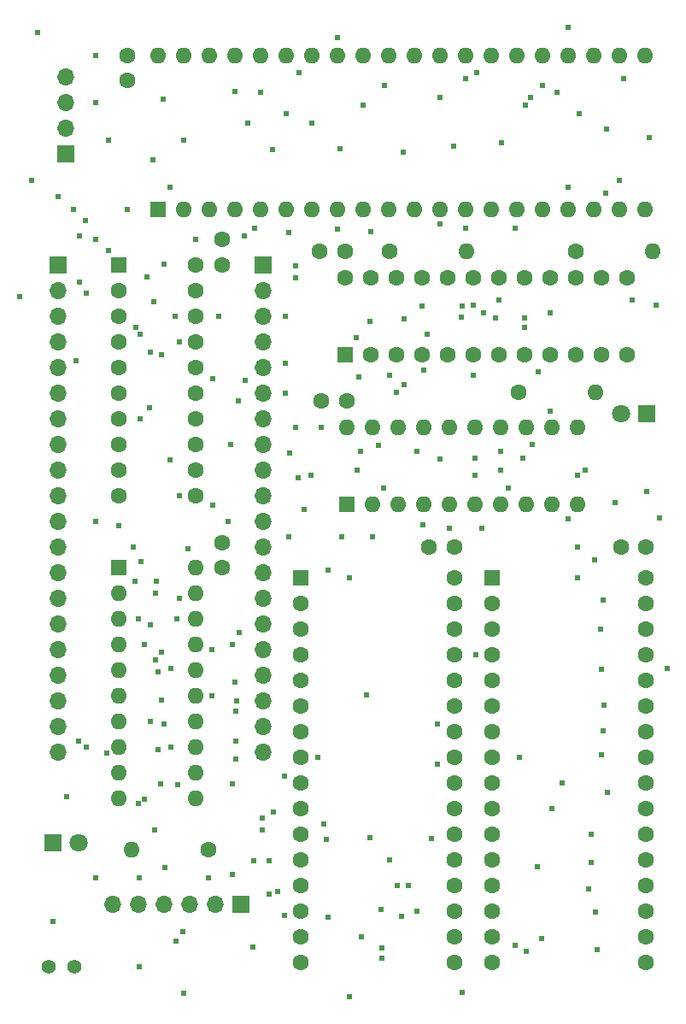
<source format=gbs>
%TF.GenerationSoftware,KiCad,Pcbnew,9.0.3*%
%TF.CreationDate,2025-07-12T16:14:16+09:00*%
%TF.ProjectId,R1.1,52312e31-2e6b-4696-9361-645f70636258,1.1*%
%TF.SameCoordinates,PX747b114PY92635dc*%
%TF.FileFunction,Soldermask,Bot*%
%TF.FilePolarity,Negative*%
%FSLAX46Y46*%
G04 Gerber Fmt 4.6, Leading zero omitted, Abs format (unit mm)*
G04 Created by KiCad (PCBNEW 9.0.3) date 2025-07-12 16:14:16*
%MOMM*%
%LPD*%
G01*
G04 APERTURE LIST*
G04 Aperture macros list*
%AMRoundRect*
0 Rectangle with rounded corners*
0 $1 Rounding radius*
0 $2 $3 $4 $5 $6 $7 $8 $9 X,Y pos of 4 corners*
0 Add a 4 corners polygon primitive as box body*
4,1,4,$2,$3,$4,$5,$6,$7,$8,$9,$2,$3,0*
0 Add four circle primitives for the rounded corners*
1,1,$1+$1,$2,$3*
1,1,$1+$1,$4,$5*
1,1,$1+$1,$6,$7*
1,1,$1+$1,$8,$9*
0 Add four rect primitives between the rounded corners*
20,1,$1+$1,$2,$3,$4,$5,0*
20,1,$1+$1,$4,$5,$6,$7,0*
20,1,$1+$1,$6,$7,$8,$9,0*
20,1,$1+$1,$8,$9,$2,$3,0*%
G04 Aperture macros list end*
%ADD10O,1.700000X1.700000*%
%ADD11R,1.700000X1.700000*%
%ADD12RoundRect,0.250000X0.550000X-0.550000X0.550000X0.550000X-0.550000X0.550000X-0.550000X-0.550000X0*%
%ADD13C,1.600000*%
%ADD14O,1.600000X1.600000*%
%ADD15C,1.400000*%
%ADD16R,1.800000X1.800000*%
%ADD17C,1.800000*%
%ADD18R,1.600000X1.600000*%
%ADD19RoundRect,0.250000X-0.550000X-0.550000X0.550000X-0.550000X0.550000X0.550000X-0.550000X0.550000X0*%
%ADD20C,0.605000*%
G04 APERTURE END LIST*
D10*
X10430000Y10630000D03*
X12970000Y10630000D03*
X15510000Y10630000D03*
X18050000Y10630000D03*
X20590000Y10630000D03*
D11*
X23130000Y10630000D03*
D12*
X33380000Y65085000D03*
D13*
X35920000Y65085000D03*
X38460000Y65085000D03*
X41000000Y65085000D03*
X43540000Y65085000D03*
X46080000Y65085000D03*
X48620000Y65085000D03*
X51160000Y65085000D03*
X53700000Y65085000D03*
X56240000Y65085000D03*
X58780000Y65085000D03*
X61320000Y65085000D03*
X61320000Y72705000D03*
X58780000Y72705000D03*
X56240000Y72705000D03*
X53700000Y72705000D03*
X51160000Y72705000D03*
X48620000Y72705000D03*
X46080000Y72705000D03*
X43540000Y72705000D03*
X41000000Y72705000D03*
X38460000Y72705000D03*
X35920000Y72705000D03*
X33380000Y72705000D03*
X19840000Y16120000D03*
D14*
X12220000Y16120000D03*
D15*
X6560000Y4500000D03*
X4020000Y4500000D03*
D13*
X37840000Y75320000D03*
D14*
X45460000Y75320000D03*
D13*
X21230000Y74000000D03*
X21230000Y76500000D03*
D16*
X4440000Y16760000D03*
D17*
X6980000Y16760000D03*
D13*
X50650000Y61360000D03*
D14*
X58270000Y61360000D03*
D16*
X63310000Y59300000D03*
D17*
X60770000Y59300000D03*
D18*
X11000000Y44000000D03*
D14*
X11000000Y41460000D03*
X11000000Y38920000D03*
X11000000Y36380000D03*
X11000000Y33840000D03*
X11000000Y31300000D03*
X11000000Y28760000D03*
X11000000Y26220000D03*
X11000000Y23680000D03*
X11000000Y21140000D03*
X18620000Y21140000D03*
X18620000Y23680000D03*
X18620000Y26220000D03*
X18620000Y28760000D03*
X18620000Y31300000D03*
X18620000Y33840000D03*
X18620000Y36380000D03*
X18620000Y38920000D03*
X18620000Y41460000D03*
X18620000Y44000000D03*
D13*
X11800000Y94770000D03*
X11800000Y92270000D03*
X21260000Y43990000D03*
X21260000Y46490000D03*
X63240000Y46090000D03*
X60740000Y46090000D03*
D19*
X48000000Y43000000D03*
D13*
X48000000Y40460000D03*
X48000000Y37920000D03*
X48000000Y35380000D03*
X48000000Y32840000D03*
X48000000Y30300000D03*
X48000000Y27760000D03*
X48000000Y25220000D03*
X48000000Y22680000D03*
X48000000Y20140000D03*
X48000000Y17600000D03*
X48000000Y15060000D03*
X48000000Y12520000D03*
X48000000Y9980000D03*
X48000000Y7440000D03*
X48000000Y4900000D03*
X63240000Y4900000D03*
X63240000Y7440000D03*
X63240000Y9980000D03*
X63240000Y12520000D03*
X63240000Y15060000D03*
X63240000Y17600000D03*
X63240000Y20140000D03*
X63240000Y22680000D03*
X63240000Y25220000D03*
X63240000Y27760000D03*
X63240000Y30300000D03*
X63240000Y32840000D03*
X63240000Y35380000D03*
X63240000Y37920000D03*
X63240000Y40460000D03*
X63240000Y43000000D03*
X33380000Y75320000D03*
X30880000Y75320000D03*
D19*
X11000000Y74000000D03*
D13*
X11000000Y71460000D03*
X11000000Y68920000D03*
X11000000Y66380000D03*
X11000000Y63840000D03*
X11000000Y61300000D03*
X11000000Y58760000D03*
X11000000Y56220000D03*
X11000000Y53680000D03*
X11000000Y51140000D03*
X18620000Y51140000D03*
X18620000Y53680000D03*
X18620000Y56220000D03*
X18620000Y58760000D03*
X18620000Y61300000D03*
X18620000Y63840000D03*
X18620000Y66380000D03*
X18620000Y68920000D03*
X18620000Y71460000D03*
X18620000Y74000000D03*
D18*
X14910650Y79535000D03*
D14*
X17450650Y79535000D03*
X19990650Y79535000D03*
X22530650Y79535000D03*
X25070650Y79535000D03*
X27610650Y79535000D03*
X30150650Y79535000D03*
X32690650Y79535000D03*
X35230650Y79535000D03*
X37770650Y79535000D03*
X40310650Y79535000D03*
X42850650Y79535000D03*
X45390650Y79535000D03*
X47930650Y79535000D03*
X50470650Y79535000D03*
X53010650Y79535000D03*
X55550650Y79535000D03*
X58090650Y79535000D03*
X60630650Y79535000D03*
X63170650Y79535000D03*
X63170650Y94775000D03*
X60630650Y94775000D03*
X58090650Y94775000D03*
X55550650Y94775000D03*
X53010650Y94775000D03*
X50470650Y94775000D03*
X47930650Y94775000D03*
X45390650Y94775000D03*
X42850650Y94775000D03*
X40310650Y94775000D03*
X37770650Y94775000D03*
X35230650Y94775000D03*
X32690650Y94775000D03*
X30150650Y94775000D03*
X27610650Y94775000D03*
X25070650Y94775000D03*
X22530650Y94775000D03*
X19990650Y94775000D03*
X17450650Y94775000D03*
X14910650Y94775000D03*
D13*
X44230000Y46090000D03*
X41730000Y46090000D03*
X56240000Y75320000D03*
D14*
X63860000Y75320000D03*
D18*
X33565000Y50260000D03*
D14*
X36105000Y50260000D03*
X38645000Y50260000D03*
X41185000Y50260000D03*
X43725000Y50260000D03*
X46265000Y50260000D03*
X48805000Y50260000D03*
X51345000Y50260000D03*
X53885000Y50260000D03*
X56425000Y50260000D03*
X56425000Y57880000D03*
X53885000Y57880000D03*
X51345000Y57880000D03*
X48805000Y57880000D03*
X46265000Y57880000D03*
X43725000Y57880000D03*
X41185000Y57880000D03*
X38645000Y57880000D03*
X36105000Y57880000D03*
X33565000Y57880000D03*
D11*
X5770000Y85040000D03*
D10*
X5770000Y87580000D03*
X5770000Y90120000D03*
X5770000Y92660000D03*
D13*
X33575000Y60540000D03*
X31075000Y60540000D03*
D19*
X29000000Y43000000D03*
D13*
X29000000Y40460000D03*
X29000000Y37920000D03*
X29000000Y35380000D03*
X29000000Y32840000D03*
X29000000Y30300000D03*
X29000000Y27760000D03*
X29000000Y25220000D03*
X29000000Y22680000D03*
X29000000Y20140000D03*
X29000000Y17600000D03*
X29000000Y15060000D03*
X29000000Y12520000D03*
X29000000Y9980000D03*
X29000000Y7440000D03*
X29000000Y4900000D03*
X44240000Y4900000D03*
X44240000Y7440000D03*
X44240000Y9980000D03*
X44240000Y12520000D03*
X44240000Y15060000D03*
X44240000Y17600000D03*
X44240000Y20140000D03*
X44240000Y22680000D03*
X44240000Y25220000D03*
X44240000Y27760000D03*
X44240000Y30300000D03*
X44240000Y32840000D03*
X44240000Y35380000D03*
X44240000Y37920000D03*
X44240000Y40460000D03*
X44240000Y43000000D03*
D11*
X25320000Y74000000D03*
D10*
X25320000Y71460000D03*
X25320000Y68920000D03*
X25320000Y66380000D03*
X25320000Y63840000D03*
X25320000Y61300000D03*
X25320000Y58760000D03*
X25320000Y56220000D03*
X25320000Y53680000D03*
X25320000Y51140000D03*
X25320000Y48600000D03*
X25320000Y46060000D03*
X25320000Y43520000D03*
X25320000Y40980000D03*
X25320000Y38440000D03*
X25320000Y35900000D03*
X25320000Y33360000D03*
X25320000Y30820000D03*
X25320000Y28280000D03*
X25320000Y25740000D03*
D11*
X5000000Y74000000D03*
D10*
X5000000Y71460000D03*
X5000000Y68920000D03*
X5000000Y66380000D03*
X5000000Y63840000D03*
X5000000Y61300000D03*
X5000000Y58760000D03*
X5000000Y56220000D03*
X5000000Y53680000D03*
X5000000Y51140000D03*
X5000000Y48600000D03*
X5000000Y46060000D03*
X5000000Y43520000D03*
X5000000Y40980000D03*
X5000000Y38440000D03*
X5000000Y35900000D03*
X5000000Y33360000D03*
X5000000Y30820000D03*
X5000000Y28280000D03*
X5000000Y25740000D03*
D20*
X17328700Y7970000D03*
X14850000Y33670000D03*
X14920000Y26030000D03*
X15510000Y28570000D03*
X15200000Y30940000D03*
X15150000Y22620000D03*
X58440000Y6200000D03*
X58200000Y9930000D03*
X57570000Y12230000D03*
X57810000Y14850000D03*
X57810000Y17630000D03*
X59390000Y21760000D03*
X58840000Y25490000D03*
X59000000Y27870000D03*
X59080000Y30410000D03*
X58840000Y33990000D03*
X58760000Y37960000D03*
X59000000Y40810000D03*
X15410000Y90460000D03*
X22470000Y91180000D03*
X26200000Y85460000D03*
X48910000Y86090000D03*
X44150000Y85780000D03*
X39140000Y85140000D03*
X32950000Y85540000D03*
X41140000Y48220000D03*
X31530000Y17060000D03*
X35900000Y17310000D03*
X41970000Y17190000D03*
X63290000Y51580000D03*
X21840000Y48580000D03*
X65340000Y34070000D03*
X60150000Y50430000D03*
X52890000Y7270000D03*
X45010000Y1950000D03*
X17430000Y1840000D03*
X5800000Y21310000D03*
X33870000Y1530000D03*
X19840000Y13330000D03*
X8740000Y94770000D03*
X31060000Y57880000D03*
X28540000Y57870000D03*
X31720000Y43780000D03*
X18620000Y76520000D03*
X28540000Y72710000D03*
X8740000Y13330000D03*
X56470000Y43000000D03*
X12980000Y13330000D03*
X32690000Y96540000D03*
X12980000Y4500000D03*
X8740000Y90120000D03*
X8740000Y76520000D03*
X33870000Y43000000D03*
X8740000Y48599998D03*
X56470000Y46070000D03*
X33050000Y47110000D03*
X36140000Y47040000D03*
X27870000Y47110000D03*
X1140000Y70830000D03*
X14400000Y84420000D03*
X11800000Y79540000D03*
X63590000Y86640000D03*
X11000000Y48200000D03*
X6470000Y79490000D03*
X59360000Y87490000D03*
X60620000Y82390000D03*
X2360000Y82390000D03*
X7012629Y26834329D03*
X16665200Y7030000D03*
X16160000Y26220000D03*
X37040000Y6340000D03*
X7090000Y72320000D03*
X7090000Y76891054D03*
X24348700Y14968700D03*
X7690395Y78365395D03*
X25860000Y11710000D03*
X22240000Y36370000D03*
X7760000Y71160000D03*
X25859999Y14968700D03*
X17450000Y86320000D03*
X16730000Y38920000D03*
X9970000Y86320000D03*
X16838700Y22523547D03*
X22250000Y13590000D03*
X22250000Y22570000D03*
X9970000Y75460000D03*
X38590000Y12520000D03*
X55520000Y48840000D03*
X37010000Y10158700D03*
X37220000Y51930000D03*
X49620000Y51930000D03*
X59230000Y81110000D03*
X34600000Y53680000D03*
X48810000Y53680000D03*
X57250000Y53680000D03*
X35020000Y7440000D03*
X50230000Y77660000D03*
X51345000Y5980000D03*
X51930000Y56220000D03*
X45390000Y77660000D03*
X39300000Y62140000D03*
X34800000Y62880000D03*
X37838700Y15060000D03*
X34560000Y66790000D03*
X24450000Y77660000D03*
X41190000Y63600000D03*
X39710000Y12520000D03*
X14427400Y70370000D03*
X35920000Y77320000D03*
X14150000Y65320000D03*
X23451300Y76910000D03*
X50310000Y6608300D03*
X42840000Y78060000D03*
X48800000Y55541300D03*
X35890000Y68370000D03*
X40510000Y55541300D03*
X27952850Y55391053D03*
X40530000Y9980000D03*
X39280000Y68620000D03*
X34920000Y55541300D03*
X27527314Y61291386D03*
X53010000Y91810000D03*
X37320000Y91810000D03*
X38460000Y61360000D03*
X23530000Y62560000D03*
X58160000Y44760000D03*
X61000000Y92450000D03*
X45390000Y92450000D03*
X5000000Y80730000D03*
X22570000Y25020000D03*
X24320000Y6430000D03*
X37050000Y5320000D03*
X7770000Y26220000D03*
X14080000Y28760000D03*
X39050000Y9480000D03*
X12620000Y42640000D03*
X31750000Y9420000D03*
X15450000Y74070000D03*
X25240000Y18060000D03*
X14580000Y18060000D03*
X14690000Y42640000D03*
X13560000Y21080000D03*
X27370000Y9540000D03*
X26280000Y19770000D03*
X13530000Y36370000D03*
X13740000Y72800000D03*
X28540000Y73880000D03*
X32690000Y77510000D03*
X26701300Y11930000D03*
X12940000Y38920000D03*
X27530000Y68920000D03*
X12940000Y20640000D03*
X13190000Y44650000D03*
X27830000Y77200000D03*
X20900000Y68900000D03*
X17870000Y45900000D03*
X25230000Y19230000D03*
X16040000Y54710000D03*
X55540649Y81659999D03*
X16040000Y81660000D03*
X2950000Y97030000D03*
X55550000Y97540000D03*
X51260000Y89830000D03*
X12640000Y67780000D03*
X51160000Y67800000D03*
X12390000Y46060000D03*
X35230000Y89830000D03*
X51810000Y90570000D03*
X14080000Y38340000D03*
X14070000Y59880000D03*
X53700000Y59480000D03*
X42850000Y90570000D03*
X56420000Y53130000D03*
X16980000Y51140000D03*
X16980000Y40990000D03*
X6785000Y64515000D03*
X16960000Y66380000D03*
X16180000Y34040000D03*
X22050000Y56220000D03*
X30150000Y88050000D03*
X23790000Y88070000D03*
X16590000Y68920000D03*
X9760000Y25670000D03*
X22940000Y37590000D03*
X22810000Y60558700D03*
X20320000Y62700000D03*
X29391300Y49740000D03*
X20320000Y50190000D03*
X44940000Y68840000D03*
X4440000Y8950000D03*
X15240000Y35600000D03*
X15240000Y65080000D03*
X28890000Y93070000D03*
X27498700Y64278700D03*
X46430000Y93060000D03*
X45010000Y69950000D03*
X41000000Y69940000D03*
X46080000Y63050000D03*
X37820000Y63050000D03*
X43730000Y47950000D03*
X46970400Y47950400D03*
X46270000Y53140000D03*
X31290000Y18660000D03*
X30070000Y53140000D03*
X53890000Y20150000D03*
X54930000Y22680000D03*
X46270000Y54830000D03*
X51030000Y54830000D03*
X50700000Y25230000D03*
X42530557Y28491611D03*
X35510000Y31405200D03*
X52550000Y63380000D03*
X15520000Y14290000D03*
X52505000Y14365000D03*
X51160000Y68740000D03*
X48340000Y68740000D03*
X46360000Y35380000D03*
X36740000Y56090000D03*
X46080000Y69990000D03*
X64550000Y48970000D03*
X64200000Y69990000D03*
X25070000Y91130000D03*
X54460000Y91130000D03*
X53700000Y69280000D03*
X47175200Y69280000D03*
X13070000Y58760000D03*
X41580000Y67140000D03*
X13070000Y67110000D03*
X56580000Y88990000D03*
X27610000Y88990000D03*
X42820000Y54780000D03*
X48620000Y70540000D03*
X61850000Y70540000D03*
X28770000Y52898300D03*
X22596500Y29820000D03*
X22596500Y26840000D03*
X14660000Y34910000D03*
X14660000Y41460000D03*
X20250000Y35863500D03*
X20250000Y31300000D03*
X27390000Y23390000D03*
X30730000Y25210000D03*
X22650000Y30780000D03*
X22479886Y32640286D03*
X42540000Y24531300D03*
M02*

</source>
